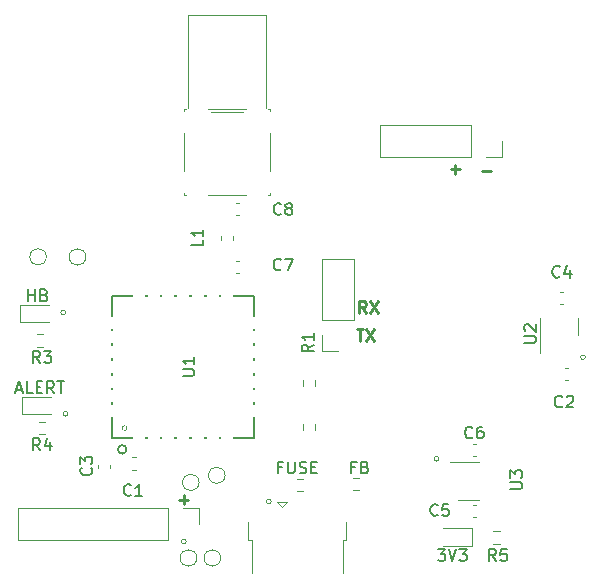
<source format=gbr>
%TF.GenerationSoftware,KiCad,Pcbnew,(5.1.10)-1*%
%TF.CreationDate,2022-03-06T21:17:49+00:00*%
%TF.ProjectId,main,6d61696e-2e6b-4696-9361-645f70636258,rev?*%
%TF.SameCoordinates,Original*%
%TF.FileFunction,Legend,Top*%
%TF.FilePolarity,Positive*%
%FSLAX46Y46*%
G04 Gerber Fmt 4.6, Leading zero omitted, Abs format (unit mm)*
G04 Created by KiCad (PCBNEW (5.1.10)-1) date 2022-03-06 21:17:49*
%MOMM*%
%LPD*%
G01*
G04 APERTURE LIST*
%ADD10C,0.120000*%
%ADD11C,0.250000*%
%ADD12C,0.150000*%
%ADD13R,1.430000X2.500000*%
%ADD14O,1.350000X1.700000*%
%ADD15O,1.100000X1.500000*%
%ADD16R,0.400000X1.650000*%
%ADD17R,2.000000X1.500000*%
%ADD18R,1.825000X0.700000*%
%ADD19R,1.350000X2.000000*%
%ADD20C,1.000000*%
%ADD21C,2.209800*%
%ADD22C,2.006600*%
%ADD23R,1.560000X0.650000*%
%ADD24R,1.000000X2.300000*%
%ADD25R,2.300000X1.000000*%
%ADD26O,1.700000X1.700000*%
%ADD27R,1.700000X1.700000*%
G04 APERTURE END LIST*
D10*
X149600000Y-131400000D02*
G75*
G03*
X149600000Y-131400000I-200000J0D01*
G01*
X149400000Y-122800000D02*
G75*
G03*
X149400000Y-122800000I-200000J0D01*
G01*
X154600000Y-132600000D02*
G75*
G03*
X154600000Y-132600000I-200000J0D01*
G01*
X159600000Y-142200000D02*
G75*
G03*
X159600000Y-142200000I-200000J0D01*
G01*
X166800000Y-138800000D02*
G75*
G03*
X166800000Y-138800000I-200000J0D01*
G01*
X181000000Y-135200000D02*
G75*
G03*
X181000000Y-135200000I-200000J0D01*
G01*
X193400000Y-126600000D02*
G75*
G03*
X193400000Y-126600000I-200000J0D01*
G01*
D11*
X182019047Y-110671428D02*
X182780952Y-110671428D01*
X182400000Y-111052380D02*
X182400000Y-110290476D01*
X184619047Y-110871428D02*
X185380952Y-110871428D01*
X174833333Y-122852380D02*
X174500000Y-122376190D01*
X174261904Y-122852380D02*
X174261904Y-121852380D01*
X174642857Y-121852380D01*
X174738095Y-121900000D01*
X174785714Y-121947619D01*
X174833333Y-122042857D01*
X174833333Y-122185714D01*
X174785714Y-122280952D01*
X174738095Y-122328571D01*
X174642857Y-122376190D01*
X174261904Y-122376190D01*
X175166666Y-121852380D02*
X175833333Y-122852380D01*
X175833333Y-121852380D02*
X175166666Y-122852380D01*
X174038095Y-124252380D02*
X174609523Y-124252380D01*
X174323809Y-125252380D02*
X174323809Y-124252380D01*
X174847619Y-124252380D02*
X175514285Y-125252380D01*
X175514285Y-124252380D02*
X174847619Y-125252380D01*
X159019047Y-138671428D02*
X159780952Y-138671428D01*
X159400000Y-139052380D02*
X159400000Y-138290476D01*
D12*
X167690476Y-135908571D02*
X167357142Y-135908571D01*
X167357142Y-136432380D02*
X167357142Y-135432380D01*
X167833333Y-135432380D01*
X168214285Y-135432380D02*
X168214285Y-136241904D01*
X168261904Y-136337142D01*
X168309523Y-136384761D01*
X168404761Y-136432380D01*
X168595238Y-136432380D01*
X168690476Y-136384761D01*
X168738095Y-136337142D01*
X168785714Y-136241904D01*
X168785714Y-135432380D01*
X169214285Y-136384761D02*
X169357142Y-136432380D01*
X169595238Y-136432380D01*
X169690476Y-136384761D01*
X169738095Y-136337142D01*
X169785714Y-136241904D01*
X169785714Y-136146666D01*
X169738095Y-136051428D01*
X169690476Y-136003809D01*
X169595238Y-135956190D01*
X169404761Y-135908571D01*
X169309523Y-135860952D01*
X169261904Y-135813333D01*
X169214285Y-135718095D01*
X169214285Y-135622857D01*
X169261904Y-135527619D01*
X169309523Y-135480000D01*
X169404761Y-135432380D01*
X169642857Y-135432380D01*
X169785714Y-135480000D01*
X170214285Y-135908571D02*
X170547619Y-135908571D01*
X170690476Y-136432380D02*
X170214285Y-136432380D01*
X170214285Y-135432380D01*
X170690476Y-135432380D01*
X146214285Y-121852380D02*
X146214285Y-120852380D01*
X146214285Y-121328571D02*
X146785714Y-121328571D01*
X146785714Y-121852380D02*
X146785714Y-120852380D01*
X147595238Y-121328571D02*
X147738095Y-121376190D01*
X147785714Y-121423809D01*
X147833333Y-121519047D01*
X147833333Y-121661904D01*
X147785714Y-121757142D01*
X147738095Y-121804761D01*
X147642857Y-121852380D01*
X147261904Y-121852380D01*
X147261904Y-120852380D01*
X147595238Y-120852380D01*
X147690476Y-120900000D01*
X147738095Y-120947619D01*
X147785714Y-121042857D01*
X147785714Y-121138095D01*
X147738095Y-121233333D01*
X147690476Y-121280952D01*
X147595238Y-121328571D01*
X147261904Y-121328571D01*
X145223809Y-129366666D02*
X145700000Y-129366666D01*
X145128571Y-129652380D02*
X145461904Y-128652380D01*
X145795238Y-129652380D01*
X146604761Y-129652380D02*
X146128571Y-129652380D01*
X146128571Y-128652380D01*
X146938095Y-129128571D02*
X147271428Y-129128571D01*
X147414285Y-129652380D02*
X146938095Y-129652380D01*
X146938095Y-128652380D01*
X147414285Y-128652380D01*
X148414285Y-129652380D02*
X148080952Y-129176190D01*
X147842857Y-129652380D02*
X147842857Y-128652380D01*
X148223809Y-128652380D01*
X148319047Y-128700000D01*
X148366666Y-128747619D01*
X148414285Y-128842857D01*
X148414285Y-128985714D01*
X148366666Y-129080952D01*
X148319047Y-129128571D01*
X148223809Y-129176190D01*
X147842857Y-129176190D01*
X148700000Y-128652380D02*
X149271428Y-128652380D01*
X148985714Y-129652380D02*
X148985714Y-128652380D01*
X180911904Y-142852380D02*
X181530952Y-142852380D01*
X181197619Y-143233333D01*
X181340476Y-143233333D01*
X181435714Y-143280952D01*
X181483333Y-143328571D01*
X181530952Y-143423809D01*
X181530952Y-143661904D01*
X181483333Y-143757142D01*
X181435714Y-143804761D01*
X181340476Y-143852380D01*
X181054761Y-143852380D01*
X180959523Y-143804761D01*
X180911904Y-143757142D01*
X181816666Y-142852380D02*
X182150000Y-143852380D01*
X182483333Y-142852380D01*
X182721428Y-142852380D02*
X183340476Y-142852380D01*
X183007142Y-143233333D01*
X183150000Y-143233333D01*
X183245238Y-143280952D01*
X183292857Y-143328571D01*
X183340476Y-143423809D01*
X183340476Y-143661904D01*
X183292857Y-143757142D01*
X183245238Y-143804761D01*
X183150000Y-143852380D01*
X182864285Y-143852380D01*
X182769047Y-143804761D01*
X182721428Y-143757142D01*
X173886857Y-135908571D02*
X173553523Y-135908571D01*
X173553523Y-136432380D02*
X173553523Y-135432380D01*
X174029714Y-135432380D01*
X174744000Y-135908571D02*
X174886857Y-135956190D01*
X174934476Y-136003809D01*
X174982095Y-136099047D01*
X174982095Y-136241904D01*
X174934476Y-136337142D01*
X174886857Y-136384761D01*
X174791619Y-136432380D01*
X174410666Y-136432380D01*
X174410666Y-135432380D01*
X174744000Y-135432380D01*
X174839238Y-135480000D01*
X174886857Y-135527619D01*
X174934476Y-135622857D01*
X174934476Y-135718095D01*
X174886857Y-135813333D01*
X174839238Y-135860952D01*
X174744000Y-135908571D01*
X174410666Y-135908571D01*
D10*
%TO.C,R2*%
X169477500Y-132767224D02*
X169477500Y-132257776D01*
X170522500Y-132767224D02*
X170522500Y-132257776D01*
%TO.C,USB_PWR1*%
X164855000Y-142095000D02*
X164855000Y-140545000D01*
X164855000Y-142095000D02*
X165155000Y-142095000D01*
X165155000Y-144895000D02*
X165155000Y-142095000D01*
X173155000Y-142095000D02*
X173155000Y-140545000D01*
X172855000Y-142095000D02*
X173155000Y-142095000D01*
X172855000Y-144895000D02*
X172855000Y-142095000D01*
X168105000Y-138845000D02*
X167705000Y-139295000D01*
X167305000Y-138845000D02*
X168105000Y-138845000D01*
X167705000Y-139295000D02*
X167305000Y-138845000D01*
%TO.C,U2*%
X192760000Y-124760000D02*
X192760000Y-123260000D01*
X189540000Y-126260000D02*
X189540000Y-123260000D01*
%TO.C,GND2*%
X162525000Y-143600000D02*
G75*
G03*
X162525000Y-143600000I-700000J0D01*
G01*
%TO.C,L1*%
X163610000Y-116643767D02*
X163610000Y-116351233D01*
X162590000Y-116643767D02*
X162590000Y-116351233D01*
%TO.C,C8*%
X163816233Y-114585000D02*
X164108767Y-114585000D01*
X163816233Y-113565000D02*
X164108767Y-113565000D01*
%TO.C,C7*%
X163816233Y-119460000D02*
X164108767Y-119460000D01*
X163816233Y-118440000D02*
X164108767Y-118440000D01*
%TO.C,J2*%
X166702200Y-105755170D02*
X166702200Y-105597800D01*
X164675170Y-105597800D02*
X161464830Y-105597800D01*
X166544830Y-112862200D02*
X166702200Y-112862200D01*
X166702200Y-110835170D02*
X166702200Y-107624830D01*
X159437800Y-112704830D02*
X159437800Y-112862200D01*
X161464830Y-112862200D02*
X164675170Y-112862200D01*
X159437800Y-107624830D02*
X159437800Y-110835170D01*
X159595170Y-105597800D02*
X159437800Y-105597800D01*
X159437800Y-105597800D02*
X159437800Y-105755170D01*
X166702200Y-105597800D02*
X166544830Y-105597800D01*
X166702200Y-112862200D02*
X166702200Y-112704830D01*
X159437800Y-112862200D02*
X159595170Y-112862200D01*
X159768000Y-97596800D02*
X159768000Y-105470916D01*
X166372000Y-97596800D02*
X159768000Y-97596800D01*
X166372000Y-105470916D02*
X166372000Y-97596800D01*
X161698002Y-105851800D02*
X164441998Y-105851800D01*
%TO.C,U3*%
X182580000Y-138670000D02*
X184380000Y-138670000D01*
X184380000Y-135450000D02*
X181930000Y-135450000D01*
D12*
%TO.C,U1*%
X153350000Y-133425000D02*
X153350000Y-121425000D01*
X153350000Y-121425000D02*
X165350000Y-121425000D01*
X165350000Y-121425000D02*
X165350000Y-133425000D01*
X165350000Y-133425000D02*
X153350000Y-133425000D01*
X154552353Y-134405000D02*
G75*
G03*
X154552353Y-134405000I-362353J0D01*
G01*
D10*
%TO.C,SDA1*%
X162900000Y-136600000D02*
G75*
G03*
X162900000Y-136600000I-700000J0D01*
G01*
%TO.C,SCL1*%
X160700000Y-137200000D02*
G75*
G03*
X160700000Y-137200000I-700000J0D01*
G01*
%TO.C,R5*%
X186134724Y-142382500D02*
X185625276Y-142382500D01*
X186134724Y-141337500D02*
X185625276Y-141337500D01*
%TO.C,R4*%
X147654724Y-133122500D02*
X147145276Y-133122500D01*
X147654724Y-132077500D02*
X147145276Y-132077500D01*
%TO.C,R3*%
X147454724Y-125722500D02*
X146945276Y-125722500D01*
X147454724Y-124677500D02*
X146945276Y-124677500D01*
%TO.C,R1*%
X170522500Y-128545276D02*
X170522500Y-129054724D01*
X169477500Y-128545276D02*
X169477500Y-129054724D01*
%TO.C,J6*%
X183730000Y-106970000D02*
X183730000Y-109630000D01*
X183730000Y-106970000D02*
X176050000Y-106970000D01*
X176050000Y-106970000D02*
X176050000Y-109630000D01*
X183730000Y-109630000D02*
X176050000Y-109630000D01*
X186330000Y-109630000D02*
X185000000Y-109630000D01*
X186330000Y-108300000D02*
X186330000Y-109630000D01*
%TO.C,J4*%
X173796000Y-123444000D02*
X171136000Y-123444000D01*
X173796000Y-123444000D02*
X173796000Y-118304000D01*
X173796000Y-118304000D02*
X171136000Y-118304000D01*
X171136000Y-123444000D02*
X171136000Y-118304000D01*
X171136000Y-126044000D02*
X171136000Y-124714000D01*
X172466000Y-126044000D02*
X171136000Y-126044000D01*
%TO.C,J1*%
X145325000Y-139395000D02*
X145325000Y-142055000D01*
X158085000Y-139395000D02*
X145325000Y-139395000D01*
X158085000Y-142055000D02*
X145325000Y-142055000D01*
X158085000Y-139395000D02*
X158085000Y-142055000D01*
X159355000Y-139395000D02*
X160685000Y-139395000D01*
X160685000Y-139395000D02*
X160685000Y-140725000D01*
%TO.C,HB1*%
X148000000Y-122165000D02*
X145540000Y-122165000D01*
X145540000Y-122165000D02*
X145540000Y-123635000D01*
X145540000Y-123635000D02*
X148000000Y-123635000D01*
%TO.C,GND1*%
X151106000Y-118110000D02*
G75*
G03*
X151106000Y-118110000I-700000J0D01*
G01*
%TO.C,FT1*%
X147766000Y-118100000D02*
G75*
G03*
X147766000Y-118100000I-700000J0D01*
G01*
%TO.C,FB1*%
X174244724Y-137882500D02*
X173735276Y-137882500D01*
X174244724Y-136837500D02*
X173735276Y-136837500D01*
%TO.C,F1*%
X169534724Y-137922500D02*
X169025276Y-137922500D01*
X169534724Y-136877500D02*
X169025276Y-136877500D01*
%TO.C,C6*%
X183851233Y-133950000D02*
X184143767Y-133950000D01*
X183851233Y-134970000D02*
X184143767Y-134970000D01*
%TO.C,C5*%
X184146267Y-140140000D02*
X183853733Y-140140000D01*
X184146267Y-139120000D02*
X183853733Y-139120000D01*
%TO.C,C4*%
X191546267Y-122110000D02*
X191253733Y-122110000D01*
X191546267Y-121090000D02*
X191253733Y-121090000D01*
%TO.C,C3*%
X152152500Y-136008767D02*
X152152500Y-135716233D01*
X153172500Y-136008767D02*
X153172500Y-135716233D01*
%TO.C,C2*%
X191653733Y-127490000D02*
X191946267Y-127490000D01*
X191653733Y-128510000D02*
X191946267Y-128510000D01*
%TO.C,C1*%
X155053733Y-135090000D02*
X155346267Y-135090000D01*
X155053733Y-136110000D02*
X155346267Y-136110000D01*
%TO.C,ALERT1*%
X148190000Y-129965000D02*
X145730000Y-129965000D01*
X145730000Y-129965000D02*
X145730000Y-131435000D01*
X145730000Y-131435000D02*
X148190000Y-131435000D01*
%TO.C,3V3_OUT1*%
X160500000Y-143600000D02*
G75*
G03*
X160500000Y-143600000I-700000J0D01*
G01*
%TO.C,3V1*%
X181380000Y-142560000D02*
X183840000Y-142560000D01*
X183840000Y-142560000D02*
X183840000Y-141090000D01*
X183840000Y-141090000D02*
X181380000Y-141090000D01*
%TO.C,U2*%
D12*
X188222380Y-125381904D02*
X189031904Y-125381904D01*
X189127142Y-125334285D01*
X189174761Y-125286666D01*
X189222380Y-125191428D01*
X189222380Y-125000952D01*
X189174761Y-124905714D01*
X189127142Y-124858095D01*
X189031904Y-124810476D01*
X188222380Y-124810476D01*
X188317619Y-124381904D02*
X188270000Y-124334285D01*
X188222380Y-124239047D01*
X188222380Y-124000952D01*
X188270000Y-123905714D01*
X188317619Y-123858095D01*
X188412857Y-123810476D01*
X188508095Y-123810476D01*
X188650952Y-123858095D01*
X189222380Y-124429523D01*
X189222380Y-123810476D01*
%TO.C,L1*%
X161052380Y-116664166D02*
X161052380Y-117140357D01*
X160052380Y-117140357D01*
X161052380Y-115807023D02*
X161052380Y-116378452D01*
X161052380Y-116092738D02*
X160052380Y-116092738D01*
X160195238Y-116187976D01*
X160290476Y-116283214D01*
X160338095Y-116378452D01*
%TO.C,C8*%
X167633333Y-114457142D02*
X167585714Y-114504761D01*
X167442857Y-114552380D01*
X167347619Y-114552380D01*
X167204761Y-114504761D01*
X167109523Y-114409523D01*
X167061904Y-114314285D01*
X167014285Y-114123809D01*
X167014285Y-113980952D01*
X167061904Y-113790476D01*
X167109523Y-113695238D01*
X167204761Y-113600000D01*
X167347619Y-113552380D01*
X167442857Y-113552380D01*
X167585714Y-113600000D01*
X167633333Y-113647619D01*
X168204761Y-113980952D02*
X168109523Y-113933333D01*
X168061904Y-113885714D01*
X168014285Y-113790476D01*
X168014285Y-113742857D01*
X168061904Y-113647619D01*
X168109523Y-113600000D01*
X168204761Y-113552380D01*
X168395238Y-113552380D01*
X168490476Y-113600000D01*
X168538095Y-113647619D01*
X168585714Y-113742857D01*
X168585714Y-113790476D01*
X168538095Y-113885714D01*
X168490476Y-113933333D01*
X168395238Y-113980952D01*
X168204761Y-113980952D01*
X168109523Y-114028571D01*
X168061904Y-114076190D01*
X168014285Y-114171428D01*
X168014285Y-114361904D01*
X168061904Y-114457142D01*
X168109523Y-114504761D01*
X168204761Y-114552380D01*
X168395238Y-114552380D01*
X168490476Y-114504761D01*
X168538095Y-114457142D01*
X168585714Y-114361904D01*
X168585714Y-114171428D01*
X168538095Y-114076190D01*
X168490476Y-114028571D01*
X168395238Y-113980952D01*
%TO.C,C7*%
X167633333Y-119157142D02*
X167585714Y-119204761D01*
X167442857Y-119252380D01*
X167347619Y-119252380D01*
X167204761Y-119204761D01*
X167109523Y-119109523D01*
X167061904Y-119014285D01*
X167014285Y-118823809D01*
X167014285Y-118680952D01*
X167061904Y-118490476D01*
X167109523Y-118395238D01*
X167204761Y-118300000D01*
X167347619Y-118252380D01*
X167442857Y-118252380D01*
X167585714Y-118300000D01*
X167633333Y-118347619D01*
X167966666Y-118252380D02*
X168633333Y-118252380D01*
X168204761Y-119252380D01*
%TO.C,J2*%
X162736666Y-108682380D02*
X162736666Y-109396666D01*
X162689047Y-109539523D01*
X162593809Y-109634761D01*
X162450952Y-109682380D01*
X162355714Y-109682380D01*
X163165238Y-108777619D02*
X163212857Y-108730000D01*
X163308095Y-108682380D01*
X163546190Y-108682380D01*
X163641428Y-108730000D01*
X163689047Y-108777619D01*
X163736666Y-108872857D01*
X163736666Y-108968095D01*
X163689047Y-109110952D01*
X163117619Y-109682380D01*
X163736666Y-109682380D01*
X163070000Y-108682380D02*
X163070000Y-108920476D01*
X162831904Y-108825238D02*
X163070000Y-108920476D01*
X163308095Y-108825238D01*
X162927142Y-109110952D02*
X163070000Y-108920476D01*
X163212857Y-109110952D01*
%TO.C,U3*%
X187052380Y-137761904D02*
X187861904Y-137761904D01*
X187957142Y-137714285D01*
X188004761Y-137666666D01*
X188052380Y-137571428D01*
X188052380Y-137380952D01*
X188004761Y-137285714D01*
X187957142Y-137238095D01*
X187861904Y-137190476D01*
X187052380Y-137190476D01*
X187052380Y-136809523D02*
X187052380Y-136190476D01*
X187433333Y-136523809D01*
X187433333Y-136380952D01*
X187480952Y-136285714D01*
X187528571Y-136238095D01*
X187623809Y-136190476D01*
X187861904Y-136190476D01*
X187957142Y-136238095D01*
X188004761Y-136285714D01*
X188052380Y-136380952D01*
X188052380Y-136666666D01*
X188004761Y-136761904D01*
X187957142Y-136809523D01*
%TO.C,U1*%
X159302380Y-128186904D02*
X160111904Y-128186904D01*
X160207142Y-128139285D01*
X160254761Y-128091666D01*
X160302380Y-127996428D01*
X160302380Y-127805952D01*
X160254761Y-127710714D01*
X160207142Y-127663095D01*
X160111904Y-127615476D01*
X159302380Y-127615476D01*
X160302380Y-126615476D02*
X160302380Y-127186904D01*
X160302380Y-126901190D02*
X159302380Y-126901190D01*
X159445238Y-126996428D01*
X159540476Y-127091666D01*
X159588095Y-127186904D01*
%TO.C,R5*%
X185833333Y-143852380D02*
X185500000Y-143376190D01*
X185261904Y-143852380D02*
X185261904Y-142852380D01*
X185642857Y-142852380D01*
X185738095Y-142900000D01*
X185785714Y-142947619D01*
X185833333Y-143042857D01*
X185833333Y-143185714D01*
X185785714Y-143280952D01*
X185738095Y-143328571D01*
X185642857Y-143376190D01*
X185261904Y-143376190D01*
X186738095Y-142852380D02*
X186261904Y-142852380D01*
X186214285Y-143328571D01*
X186261904Y-143280952D01*
X186357142Y-143233333D01*
X186595238Y-143233333D01*
X186690476Y-143280952D01*
X186738095Y-143328571D01*
X186785714Y-143423809D01*
X186785714Y-143661904D01*
X186738095Y-143757142D01*
X186690476Y-143804761D01*
X186595238Y-143852380D01*
X186357142Y-143852380D01*
X186261904Y-143804761D01*
X186214285Y-143757142D01*
%TO.C,R4*%
X147233333Y-134482380D02*
X146900000Y-134006190D01*
X146661904Y-134482380D02*
X146661904Y-133482380D01*
X147042857Y-133482380D01*
X147138095Y-133530000D01*
X147185714Y-133577619D01*
X147233333Y-133672857D01*
X147233333Y-133815714D01*
X147185714Y-133910952D01*
X147138095Y-133958571D01*
X147042857Y-134006190D01*
X146661904Y-134006190D01*
X148090476Y-133815714D02*
X148090476Y-134482380D01*
X147852380Y-133434761D02*
X147614285Y-134149047D01*
X148233333Y-134149047D01*
%TO.C,R3*%
X147233333Y-127082380D02*
X146900000Y-126606190D01*
X146661904Y-127082380D02*
X146661904Y-126082380D01*
X147042857Y-126082380D01*
X147138095Y-126130000D01*
X147185714Y-126177619D01*
X147233333Y-126272857D01*
X147233333Y-126415714D01*
X147185714Y-126510952D01*
X147138095Y-126558571D01*
X147042857Y-126606190D01*
X146661904Y-126606190D01*
X147566666Y-126082380D02*
X148185714Y-126082380D01*
X147852380Y-126463333D01*
X147995238Y-126463333D01*
X148090476Y-126510952D01*
X148138095Y-126558571D01*
X148185714Y-126653809D01*
X148185714Y-126891904D01*
X148138095Y-126987142D01*
X148090476Y-127034761D01*
X147995238Y-127082380D01*
X147709523Y-127082380D01*
X147614285Y-127034761D01*
X147566666Y-126987142D01*
%TO.C,R1*%
X170389880Y-125529166D02*
X169913690Y-125862500D01*
X170389880Y-126100595D02*
X169389880Y-126100595D01*
X169389880Y-125719642D01*
X169437500Y-125624404D01*
X169485119Y-125576785D01*
X169580357Y-125529166D01*
X169723214Y-125529166D01*
X169818452Y-125576785D01*
X169866071Y-125624404D01*
X169913690Y-125719642D01*
X169913690Y-126100595D01*
X170389880Y-124576785D02*
X170389880Y-125148214D01*
X170389880Y-124862500D02*
X169389880Y-124862500D01*
X169532738Y-124957738D01*
X169627976Y-125052976D01*
X169675595Y-125148214D01*
%TO.C,C6*%
X183830833Y-133387142D02*
X183783214Y-133434761D01*
X183640357Y-133482380D01*
X183545119Y-133482380D01*
X183402261Y-133434761D01*
X183307023Y-133339523D01*
X183259404Y-133244285D01*
X183211785Y-133053809D01*
X183211785Y-132910952D01*
X183259404Y-132720476D01*
X183307023Y-132625238D01*
X183402261Y-132530000D01*
X183545119Y-132482380D01*
X183640357Y-132482380D01*
X183783214Y-132530000D01*
X183830833Y-132577619D01*
X184687976Y-132482380D02*
X184497500Y-132482380D01*
X184402261Y-132530000D01*
X184354642Y-132577619D01*
X184259404Y-132720476D01*
X184211785Y-132910952D01*
X184211785Y-133291904D01*
X184259404Y-133387142D01*
X184307023Y-133434761D01*
X184402261Y-133482380D01*
X184592738Y-133482380D01*
X184687976Y-133434761D01*
X184735595Y-133387142D01*
X184783214Y-133291904D01*
X184783214Y-133053809D01*
X184735595Y-132958571D01*
X184687976Y-132910952D01*
X184592738Y-132863333D01*
X184402261Y-132863333D01*
X184307023Y-132910952D01*
X184259404Y-132958571D01*
X184211785Y-133053809D01*
%TO.C,C5*%
X180903333Y-139952142D02*
X180855714Y-139999761D01*
X180712857Y-140047380D01*
X180617619Y-140047380D01*
X180474761Y-139999761D01*
X180379523Y-139904523D01*
X180331904Y-139809285D01*
X180284285Y-139618809D01*
X180284285Y-139475952D01*
X180331904Y-139285476D01*
X180379523Y-139190238D01*
X180474761Y-139095000D01*
X180617619Y-139047380D01*
X180712857Y-139047380D01*
X180855714Y-139095000D01*
X180903333Y-139142619D01*
X181808095Y-139047380D02*
X181331904Y-139047380D01*
X181284285Y-139523571D01*
X181331904Y-139475952D01*
X181427142Y-139428333D01*
X181665238Y-139428333D01*
X181760476Y-139475952D01*
X181808095Y-139523571D01*
X181855714Y-139618809D01*
X181855714Y-139856904D01*
X181808095Y-139952142D01*
X181760476Y-139999761D01*
X181665238Y-140047380D01*
X181427142Y-140047380D01*
X181331904Y-139999761D01*
X181284285Y-139952142D01*
%TO.C,C4*%
X191233333Y-119757142D02*
X191185714Y-119804761D01*
X191042857Y-119852380D01*
X190947619Y-119852380D01*
X190804761Y-119804761D01*
X190709523Y-119709523D01*
X190661904Y-119614285D01*
X190614285Y-119423809D01*
X190614285Y-119280952D01*
X190661904Y-119090476D01*
X190709523Y-118995238D01*
X190804761Y-118900000D01*
X190947619Y-118852380D01*
X191042857Y-118852380D01*
X191185714Y-118900000D01*
X191233333Y-118947619D01*
X192090476Y-119185714D02*
X192090476Y-119852380D01*
X191852380Y-118804761D02*
X191614285Y-119519047D01*
X192233333Y-119519047D01*
%TO.C,C3*%
X151557142Y-135966666D02*
X151604761Y-136014285D01*
X151652380Y-136157142D01*
X151652380Y-136252380D01*
X151604761Y-136395238D01*
X151509523Y-136490476D01*
X151414285Y-136538095D01*
X151223809Y-136585714D01*
X151080952Y-136585714D01*
X150890476Y-136538095D01*
X150795238Y-136490476D01*
X150700000Y-136395238D01*
X150652380Y-136252380D01*
X150652380Y-136157142D01*
X150700000Y-136014285D01*
X150747619Y-135966666D01*
X150652380Y-135633333D02*
X150652380Y-135014285D01*
X151033333Y-135347619D01*
X151033333Y-135204761D01*
X151080952Y-135109523D01*
X151128571Y-135061904D01*
X151223809Y-135014285D01*
X151461904Y-135014285D01*
X151557142Y-135061904D01*
X151604761Y-135109523D01*
X151652380Y-135204761D01*
X151652380Y-135490476D01*
X151604761Y-135585714D01*
X151557142Y-135633333D01*
%TO.C,C2*%
X191433333Y-130757142D02*
X191385714Y-130804761D01*
X191242857Y-130852380D01*
X191147619Y-130852380D01*
X191004761Y-130804761D01*
X190909523Y-130709523D01*
X190861904Y-130614285D01*
X190814285Y-130423809D01*
X190814285Y-130280952D01*
X190861904Y-130090476D01*
X190909523Y-129995238D01*
X191004761Y-129900000D01*
X191147619Y-129852380D01*
X191242857Y-129852380D01*
X191385714Y-129900000D01*
X191433333Y-129947619D01*
X191814285Y-129947619D02*
X191861904Y-129900000D01*
X191957142Y-129852380D01*
X192195238Y-129852380D01*
X192290476Y-129900000D01*
X192338095Y-129947619D01*
X192385714Y-130042857D01*
X192385714Y-130138095D01*
X192338095Y-130280952D01*
X191766666Y-130852380D01*
X192385714Y-130852380D01*
%TO.C,C1*%
X154933333Y-138257142D02*
X154885714Y-138304761D01*
X154742857Y-138352380D01*
X154647619Y-138352380D01*
X154504761Y-138304761D01*
X154409523Y-138209523D01*
X154361904Y-138114285D01*
X154314285Y-137923809D01*
X154314285Y-137780952D01*
X154361904Y-137590476D01*
X154409523Y-137495238D01*
X154504761Y-137400000D01*
X154647619Y-137352380D01*
X154742857Y-137352380D01*
X154885714Y-137400000D01*
X154933333Y-137447619D01*
X155885714Y-138352380D02*
X155314285Y-138352380D01*
X155600000Y-138352380D02*
X155600000Y-137352380D01*
X155504761Y-137495238D01*
X155409523Y-137590476D01*
X155314285Y-137638095D01*
%TD*%
%LPC*%
%TO.C,R2*%
G36*
G01*
X170237500Y-132087500D02*
X169762500Y-132087500D01*
G75*
G02*
X169525000Y-131850000I0J237500D01*
G01*
X169525000Y-131350000D01*
G75*
G02*
X169762500Y-131112500I237500J0D01*
G01*
X170237500Y-131112500D01*
G75*
G02*
X170475000Y-131350000I0J-237500D01*
G01*
X170475000Y-131850000D01*
G75*
G02*
X170237500Y-132087500I-237500J0D01*
G01*
G37*
G36*
G01*
X170237500Y-133912500D02*
X169762500Y-133912500D01*
G75*
G02*
X169525000Y-133675000I0J237500D01*
G01*
X169525000Y-133175000D01*
G75*
G02*
X169762500Y-132937500I237500J0D01*
G01*
X170237500Y-132937500D01*
G75*
G02*
X170475000Y-133175000I0J-237500D01*
G01*
X170475000Y-133675000D01*
G75*
G02*
X170237500Y-133912500I-237500J0D01*
G01*
G37*
%TD*%
D13*
%TO.C,USB_PWR1*%
X169965000Y-143545000D03*
X168045000Y-143545000D03*
D14*
X171735000Y-143275000D03*
X166275000Y-143275000D03*
D15*
X171425000Y-140275000D03*
X166585000Y-140275000D03*
D16*
X170305000Y-140395000D03*
X169655000Y-140395000D03*
X169005000Y-140395000D03*
X168355000Y-140395000D03*
X167705000Y-140395000D03*
D17*
X171905000Y-140275000D03*
X166155000Y-140295000D03*
D18*
X172005000Y-141595000D03*
X166055000Y-141595000D03*
D19*
X166275000Y-142345000D03*
X171755000Y-142345000D03*
%TD*%
%TO.C,U2*%
G36*
G01*
X192600000Y-122947500D02*
X192600000Y-124197500D01*
G75*
G02*
X192475000Y-124322500I-125000J0D01*
G01*
X192225000Y-124322500D01*
G75*
G02*
X192100000Y-124197500I0J125000D01*
G01*
X192100000Y-122947500D01*
G75*
G02*
X192225000Y-122822500I125000J0D01*
G01*
X192475000Y-122822500D01*
G75*
G02*
X192600000Y-122947500I0J-125000D01*
G01*
G37*
G36*
G01*
X191800000Y-122947500D02*
X191800000Y-124197500D01*
G75*
G02*
X191675000Y-124322500I-125000J0D01*
G01*
X191425000Y-124322500D01*
G75*
G02*
X191300000Y-124197500I0J125000D01*
G01*
X191300000Y-122947500D01*
G75*
G02*
X191425000Y-122822500I125000J0D01*
G01*
X191675000Y-122822500D01*
G75*
G02*
X191800000Y-122947500I0J-125000D01*
G01*
G37*
G36*
G01*
X191000000Y-122947500D02*
X191000000Y-124197500D01*
G75*
G02*
X190875000Y-124322500I-125000J0D01*
G01*
X190625000Y-124322500D01*
G75*
G02*
X190500000Y-124197500I0J125000D01*
G01*
X190500000Y-122947500D01*
G75*
G02*
X190625000Y-122822500I125000J0D01*
G01*
X190875000Y-122822500D01*
G75*
G02*
X191000000Y-122947500I0J-125000D01*
G01*
G37*
G36*
G01*
X190200000Y-122947500D02*
X190200000Y-124197500D01*
G75*
G02*
X190075000Y-124322500I-125000J0D01*
G01*
X189825000Y-124322500D01*
G75*
G02*
X189700000Y-124197500I0J125000D01*
G01*
X189700000Y-122947500D01*
G75*
G02*
X189825000Y-122822500I125000J0D01*
G01*
X190075000Y-122822500D01*
G75*
G02*
X190200000Y-122947500I0J-125000D01*
G01*
G37*
G36*
G01*
X190200000Y-125322500D02*
X190200000Y-126572500D01*
G75*
G02*
X190075000Y-126697500I-125000J0D01*
G01*
X189825000Y-126697500D01*
G75*
G02*
X189700000Y-126572500I0J125000D01*
G01*
X189700000Y-125322500D01*
G75*
G02*
X189825000Y-125197500I125000J0D01*
G01*
X190075000Y-125197500D01*
G75*
G02*
X190200000Y-125322500I0J-125000D01*
G01*
G37*
G36*
G01*
X191000000Y-125322500D02*
X191000000Y-126572500D01*
G75*
G02*
X190875000Y-126697500I-125000J0D01*
G01*
X190625000Y-126697500D01*
G75*
G02*
X190500000Y-126572500I0J125000D01*
G01*
X190500000Y-125322500D01*
G75*
G02*
X190625000Y-125197500I125000J0D01*
G01*
X190875000Y-125197500D01*
G75*
G02*
X191000000Y-125322500I0J-125000D01*
G01*
G37*
G36*
G01*
X191800000Y-125322500D02*
X191800000Y-126572500D01*
G75*
G02*
X191675000Y-126697500I-125000J0D01*
G01*
X191425000Y-126697500D01*
G75*
G02*
X191300000Y-126572500I0J125000D01*
G01*
X191300000Y-125322500D01*
G75*
G02*
X191425000Y-125197500I125000J0D01*
G01*
X191675000Y-125197500D01*
G75*
G02*
X191800000Y-125322500I0J-125000D01*
G01*
G37*
G36*
G01*
X192600000Y-125322500D02*
X192600000Y-126572500D01*
G75*
G02*
X192475000Y-126697500I-125000J0D01*
G01*
X192225000Y-126697500D01*
G75*
G02*
X192100000Y-126572500I0J125000D01*
G01*
X192100000Y-125322500D01*
G75*
G02*
X192225000Y-125197500I125000J0D01*
G01*
X192475000Y-125197500D01*
G75*
G02*
X192600000Y-125322500I0J-125000D01*
G01*
G37*
%TD*%
D20*
%TO.C,GND2*%
X161825000Y-143600000D03*
%TD*%
%TO.C,L1*%
G36*
G01*
X163337500Y-116172500D02*
X162862500Y-116172500D01*
G75*
G02*
X162625000Y-115935000I0J237500D01*
G01*
X162625000Y-115335000D01*
G75*
G02*
X162862500Y-115097500I237500J0D01*
G01*
X163337500Y-115097500D01*
G75*
G02*
X163575000Y-115335000I0J-237500D01*
G01*
X163575000Y-115935000D01*
G75*
G02*
X163337500Y-116172500I-237500J0D01*
G01*
G37*
G36*
G01*
X163337500Y-117897500D02*
X162862500Y-117897500D01*
G75*
G02*
X162625000Y-117660000I0J237500D01*
G01*
X162625000Y-117060000D01*
G75*
G02*
X162862500Y-116822500I237500J0D01*
G01*
X163337500Y-116822500D01*
G75*
G02*
X163575000Y-117060000I0J-237500D01*
G01*
X163575000Y-117660000D01*
G75*
G02*
X163337500Y-117897500I-237500J0D01*
G01*
G37*
%TD*%
%TO.C,C8*%
G36*
G01*
X164287500Y-114312500D02*
X164287500Y-113837500D01*
G75*
G02*
X164525000Y-113600000I237500J0D01*
G01*
X165125000Y-113600000D01*
G75*
G02*
X165362500Y-113837500I0J-237500D01*
G01*
X165362500Y-114312500D01*
G75*
G02*
X165125000Y-114550000I-237500J0D01*
G01*
X164525000Y-114550000D01*
G75*
G02*
X164287500Y-114312500I0J237500D01*
G01*
G37*
G36*
G01*
X162562500Y-114312500D02*
X162562500Y-113837500D01*
G75*
G02*
X162800000Y-113600000I237500J0D01*
G01*
X163400000Y-113600000D01*
G75*
G02*
X163637500Y-113837500I0J-237500D01*
G01*
X163637500Y-114312500D01*
G75*
G02*
X163400000Y-114550000I-237500J0D01*
G01*
X162800000Y-114550000D01*
G75*
G02*
X162562500Y-114312500I0J237500D01*
G01*
G37*
%TD*%
%TO.C,C7*%
G36*
G01*
X164287500Y-119187500D02*
X164287500Y-118712500D01*
G75*
G02*
X164525000Y-118475000I237500J0D01*
G01*
X165125000Y-118475000D01*
G75*
G02*
X165362500Y-118712500I0J-237500D01*
G01*
X165362500Y-119187500D01*
G75*
G02*
X165125000Y-119425000I-237500J0D01*
G01*
X164525000Y-119425000D01*
G75*
G02*
X164287500Y-119187500I0J237500D01*
G01*
G37*
G36*
G01*
X162562500Y-119187500D02*
X162562500Y-118712500D01*
G75*
G02*
X162800000Y-118475000I237500J0D01*
G01*
X163400000Y-118475000D01*
G75*
G02*
X163637500Y-118712500I0J-237500D01*
G01*
X163637500Y-119187500D01*
G75*
G02*
X163400000Y-119425000I-237500J0D01*
G01*
X162800000Y-119425000D01*
G75*
G02*
X162562500Y-119187500I0J237500D01*
G01*
G37*
%TD*%
D21*
%TO.C,J2*%
X165610000Y-106690000D03*
X165610000Y-111770000D03*
X160530000Y-111770000D03*
X160530000Y-106690000D03*
D22*
X163070000Y-109230000D03*
%TD*%
D23*
%TO.C,U3*%
X184830000Y-136110000D03*
X184830000Y-138010000D03*
X182130000Y-138010000D03*
X182130000Y-137060000D03*
X182130000Y-136110000D03*
%TD*%
D24*
%TO.C,U1*%
X159350000Y-133425000D03*
X158100000Y-133425000D03*
X156850000Y-133425000D03*
X155600000Y-133425000D03*
X160600000Y-133425000D03*
X161850000Y-133425000D03*
X163100000Y-133425000D03*
D25*
X165350000Y-127425000D03*
X165350000Y-128675000D03*
X165350000Y-129925000D03*
X165350000Y-131175000D03*
X165350000Y-126175000D03*
X165350000Y-124925000D03*
X165350000Y-123675000D03*
D24*
X159350000Y-121425000D03*
X160600000Y-121425000D03*
X161850000Y-121425000D03*
X163100000Y-121425000D03*
X158100000Y-121425000D03*
X156850000Y-121425000D03*
X155600000Y-121425000D03*
D25*
X153350000Y-127425000D03*
X153350000Y-126175000D03*
X153350000Y-124925000D03*
X153350000Y-123675000D03*
X153350000Y-128675000D03*
X153350000Y-129925000D03*
X153350000Y-131175000D03*
%TD*%
D20*
%TO.C,SDA1*%
X162200000Y-136600000D03*
%TD*%
%TO.C,SCL1*%
X160000000Y-137200000D03*
%TD*%
%TO.C,R5*%
G36*
G01*
X185455000Y-141622500D02*
X185455000Y-142097500D01*
G75*
G02*
X185217500Y-142335000I-237500J0D01*
G01*
X184717500Y-142335000D01*
G75*
G02*
X184480000Y-142097500I0J237500D01*
G01*
X184480000Y-141622500D01*
G75*
G02*
X184717500Y-141385000I237500J0D01*
G01*
X185217500Y-141385000D01*
G75*
G02*
X185455000Y-141622500I0J-237500D01*
G01*
G37*
G36*
G01*
X187280000Y-141622500D02*
X187280000Y-142097500D01*
G75*
G02*
X187042500Y-142335000I-237500J0D01*
G01*
X186542500Y-142335000D01*
G75*
G02*
X186305000Y-142097500I0J237500D01*
G01*
X186305000Y-141622500D01*
G75*
G02*
X186542500Y-141385000I237500J0D01*
G01*
X187042500Y-141385000D01*
G75*
G02*
X187280000Y-141622500I0J-237500D01*
G01*
G37*
%TD*%
%TO.C,R4*%
G36*
G01*
X146975000Y-132362500D02*
X146975000Y-132837500D01*
G75*
G02*
X146737500Y-133075000I-237500J0D01*
G01*
X146237500Y-133075000D01*
G75*
G02*
X146000000Y-132837500I0J237500D01*
G01*
X146000000Y-132362500D01*
G75*
G02*
X146237500Y-132125000I237500J0D01*
G01*
X146737500Y-132125000D01*
G75*
G02*
X146975000Y-132362500I0J-237500D01*
G01*
G37*
G36*
G01*
X148800000Y-132362500D02*
X148800000Y-132837500D01*
G75*
G02*
X148562500Y-133075000I-237500J0D01*
G01*
X148062500Y-133075000D01*
G75*
G02*
X147825000Y-132837500I0J237500D01*
G01*
X147825000Y-132362500D01*
G75*
G02*
X148062500Y-132125000I237500J0D01*
G01*
X148562500Y-132125000D01*
G75*
G02*
X148800000Y-132362500I0J-237500D01*
G01*
G37*
%TD*%
%TO.C,R3*%
G36*
G01*
X146775000Y-124962500D02*
X146775000Y-125437500D01*
G75*
G02*
X146537500Y-125675000I-237500J0D01*
G01*
X146037500Y-125675000D01*
G75*
G02*
X145800000Y-125437500I0J237500D01*
G01*
X145800000Y-124962500D01*
G75*
G02*
X146037500Y-124725000I237500J0D01*
G01*
X146537500Y-124725000D01*
G75*
G02*
X146775000Y-124962500I0J-237500D01*
G01*
G37*
G36*
G01*
X148600000Y-124962500D02*
X148600000Y-125437500D01*
G75*
G02*
X148362500Y-125675000I-237500J0D01*
G01*
X147862500Y-125675000D01*
G75*
G02*
X147625000Y-125437500I0J237500D01*
G01*
X147625000Y-124962500D01*
G75*
G02*
X147862500Y-124725000I237500J0D01*
G01*
X148362500Y-124725000D01*
G75*
G02*
X148600000Y-124962500I0J-237500D01*
G01*
G37*
%TD*%
%TO.C,R1*%
G36*
G01*
X169762500Y-129225000D02*
X170237500Y-129225000D01*
G75*
G02*
X170475000Y-129462500I0J-237500D01*
G01*
X170475000Y-129962500D01*
G75*
G02*
X170237500Y-130200000I-237500J0D01*
G01*
X169762500Y-130200000D01*
G75*
G02*
X169525000Y-129962500I0J237500D01*
G01*
X169525000Y-129462500D01*
G75*
G02*
X169762500Y-129225000I237500J0D01*
G01*
G37*
G36*
G01*
X169762500Y-127400000D02*
X170237500Y-127400000D01*
G75*
G02*
X170475000Y-127637500I0J-237500D01*
G01*
X170475000Y-128137500D01*
G75*
G02*
X170237500Y-128375000I-237500J0D01*
G01*
X169762500Y-128375000D01*
G75*
G02*
X169525000Y-128137500I0J237500D01*
G01*
X169525000Y-127637500D01*
G75*
G02*
X169762500Y-127400000I237500J0D01*
G01*
G37*
%TD*%
D26*
%TO.C,J6*%
X177380000Y-108300000D03*
X179920000Y-108300000D03*
X182460000Y-108300000D03*
D27*
X185000000Y-108300000D03*
%TD*%
D26*
%TO.C,J4*%
X172466000Y-119634000D03*
X172466000Y-122174000D03*
D27*
X172466000Y-124714000D03*
%TD*%
D26*
%TO.C,J1*%
X146655000Y-140725000D03*
X149195000Y-140725000D03*
X151735000Y-140725000D03*
X154275000Y-140725000D03*
X156815000Y-140725000D03*
D27*
X159355000Y-140725000D03*
%TD*%
%TO.C,HB1*%
G36*
G01*
X147550000Y-123137500D02*
X147550000Y-122662500D01*
G75*
G02*
X147787500Y-122425000I237500J0D01*
G01*
X148362500Y-122425000D01*
G75*
G02*
X148600000Y-122662500I0J-237500D01*
G01*
X148600000Y-123137500D01*
G75*
G02*
X148362500Y-123375000I-237500J0D01*
G01*
X147787500Y-123375000D01*
G75*
G02*
X147550000Y-123137500I0J237500D01*
G01*
G37*
G36*
G01*
X145800000Y-123137500D02*
X145800000Y-122662500D01*
G75*
G02*
X146037500Y-122425000I237500J0D01*
G01*
X146612500Y-122425000D01*
G75*
G02*
X146850000Y-122662500I0J-237500D01*
G01*
X146850000Y-123137500D01*
G75*
G02*
X146612500Y-123375000I-237500J0D01*
G01*
X146037500Y-123375000D01*
G75*
G02*
X145800000Y-123137500I0J237500D01*
G01*
G37*
%TD*%
D20*
%TO.C,GND1*%
X150406000Y-118110000D03*
%TD*%
%TO.C,FT1*%
X147066000Y-118100000D03*
%TD*%
%TO.C,FB1*%
G36*
G01*
X173565000Y-137122500D02*
X173565000Y-137597500D01*
G75*
G02*
X173327500Y-137835000I-237500J0D01*
G01*
X172827500Y-137835000D01*
G75*
G02*
X172590000Y-137597500I0J237500D01*
G01*
X172590000Y-137122500D01*
G75*
G02*
X172827500Y-136885000I237500J0D01*
G01*
X173327500Y-136885000D01*
G75*
G02*
X173565000Y-137122500I0J-237500D01*
G01*
G37*
G36*
G01*
X175390000Y-137122500D02*
X175390000Y-137597500D01*
G75*
G02*
X175152500Y-137835000I-237500J0D01*
G01*
X174652500Y-137835000D01*
G75*
G02*
X174415000Y-137597500I0J237500D01*
G01*
X174415000Y-137122500D01*
G75*
G02*
X174652500Y-136885000I237500J0D01*
G01*
X175152500Y-136885000D01*
G75*
G02*
X175390000Y-137122500I0J-237500D01*
G01*
G37*
%TD*%
%TO.C,F1*%
G36*
G01*
X168855000Y-137162500D02*
X168855000Y-137637500D01*
G75*
G02*
X168617500Y-137875000I-237500J0D01*
G01*
X168117500Y-137875000D01*
G75*
G02*
X167880000Y-137637500I0J237500D01*
G01*
X167880000Y-137162500D01*
G75*
G02*
X168117500Y-136925000I237500J0D01*
G01*
X168617500Y-136925000D01*
G75*
G02*
X168855000Y-137162500I0J-237500D01*
G01*
G37*
G36*
G01*
X170680000Y-137162500D02*
X170680000Y-137637500D01*
G75*
G02*
X170442500Y-137875000I-237500J0D01*
G01*
X169942500Y-137875000D01*
G75*
G02*
X169705000Y-137637500I0J237500D01*
G01*
X169705000Y-137162500D01*
G75*
G02*
X169942500Y-136925000I237500J0D01*
G01*
X170442500Y-136925000D01*
G75*
G02*
X170680000Y-137162500I0J-237500D01*
G01*
G37*
%TD*%
%TO.C,C6*%
G36*
G01*
X184322500Y-134697500D02*
X184322500Y-134222500D01*
G75*
G02*
X184560000Y-133985000I237500J0D01*
G01*
X185160000Y-133985000D01*
G75*
G02*
X185397500Y-134222500I0J-237500D01*
G01*
X185397500Y-134697500D01*
G75*
G02*
X185160000Y-134935000I-237500J0D01*
G01*
X184560000Y-134935000D01*
G75*
G02*
X184322500Y-134697500I0J237500D01*
G01*
G37*
G36*
G01*
X182597500Y-134697500D02*
X182597500Y-134222500D01*
G75*
G02*
X182835000Y-133985000I237500J0D01*
G01*
X183435000Y-133985000D01*
G75*
G02*
X183672500Y-134222500I0J-237500D01*
G01*
X183672500Y-134697500D01*
G75*
G02*
X183435000Y-134935000I-237500J0D01*
G01*
X182835000Y-134935000D01*
G75*
G02*
X182597500Y-134697500I0J237500D01*
G01*
G37*
%TD*%
%TO.C,C5*%
G36*
G01*
X183675000Y-139392500D02*
X183675000Y-139867500D01*
G75*
G02*
X183437500Y-140105000I-237500J0D01*
G01*
X182837500Y-140105000D01*
G75*
G02*
X182600000Y-139867500I0J237500D01*
G01*
X182600000Y-139392500D01*
G75*
G02*
X182837500Y-139155000I237500J0D01*
G01*
X183437500Y-139155000D01*
G75*
G02*
X183675000Y-139392500I0J-237500D01*
G01*
G37*
G36*
G01*
X185400000Y-139392500D02*
X185400000Y-139867500D01*
G75*
G02*
X185162500Y-140105000I-237500J0D01*
G01*
X184562500Y-140105000D01*
G75*
G02*
X184325000Y-139867500I0J237500D01*
G01*
X184325000Y-139392500D01*
G75*
G02*
X184562500Y-139155000I237500J0D01*
G01*
X185162500Y-139155000D01*
G75*
G02*
X185400000Y-139392500I0J-237500D01*
G01*
G37*
%TD*%
%TO.C,C4*%
G36*
G01*
X191075000Y-121362500D02*
X191075000Y-121837500D01*
G75*
G02*
X190837500Y-122075000I-237500J0D01*
G01*
X190237500Y-122075000D01*
G75*
G02*
X190000000Y-121837500I0J237500D01*
G01*
X190000000Y-121362500D01*
G75*
G02*
X190237500Y-121125000I237500J0D01*
G01*
X190837500Y-121125000D01*
G75*
G02*
X191075000Y-121362500I0J-237500D01*
G01*
G37*
G36*
G01*
X192800000Y-121362500D02*
X192800000Y-121837500D01*
G75*
G02*
X192562500Y-122075000I-237500J0D01*
G01*
X191962500Y-122075000D01*
G75*
G02*
X191725000Y-121837500I0J237500D01*
G01*
X191725000Y-121362500D01*
G75*
G02*
X191962500Y-121125000I237500J0D01*
G01*
X192562500Y-121125000D01*
G75*
G02*
X192800000Y-121362500I0J-237500D01*
G01*
G37*
%TD*%
%TO.C,C3*%
G36*
G01*
X152900000Y-135537500D02*
X152425000Y-135537500D01*
G75*
G02*
X152187500Y-135300000I0J237500D01*
G01*
X152187500Y-134700000D01*
G75*
G02*
X152425000Y-134462500I237500J0D01*
G01*
X152900000Y-134462500D01*
G75*
G02*
X153137500Y-134700000I0J-237500D01*
G01*
X153137500Y-135300000D01*
G75*
G02*
X152900000Y-135537500I-237500J0D01*
G01*
G37*
G36*
G01*
X152900000Y-137262500D02*
X152425000Y-137262500D01*
G75*
G02*
X152187500Y-137025000I0J237500D01*
G01*
X152187500Y-136425000D01*
G75*
G02*
X152425000Y-136187500I237500J0D01*
G01*
X152900000Y-136187500D01*
G75*
G02*
X153137500Y-136425000I0J-237500D01*
G01*
X153137500Y-137025000D01*
G75*
G02*
X152900000Y-137262500I-237500J0D01*
G01*
G37*
%TD*%
%TO.C,C2*%
G36*
G01*
X192125000Y-128237500D02*
X192125000Y-127762500D01*
G75*
G02*
X192362500Y-127525000I237500J0D01*
G01*
X192962500Y-127525000D01*
G75*
G02*
X193200000Y-127762500I0J-237500D01*
G01*
X193200000Y-128237500D01*
G75*
G02*
X192962500Y-128475000I-237500J0D01*
G01*
X192362500Y-128475000D01*
G75*
G02*
X192125000Y-128237500I0J237500D01*
G01*
G37*
G36*
G01*
X190400000Y-128237500D02*
X190400000Y-127762500D01*
G75*
G02*
X190637500Y-127525000I237500J0D01*
G01*
X191237500Y-127525000D01*
G75*
G02*
X191475000Y-127762500I0J-237500D01*
G01*
X191475000Y-128237500D01*
G75*
G02*
X191237500Y-128475000I-237500J0D01*
G01*
X190637500Y-128475000D01*
G75*
G02*
X190400000Y-128237500I0J237500D01*
G01*
G37*
%TD*%
%TO.C,C1*%
G36*
G01*
X155525000Y-135837500D02*
X155525000Y-135362500D01*
G75*
G02*
X155762500Y-135125000I237500J0D01*
G01*
X156362500Y-135125000D01*
G75*
G02*
X156600000Y-135362500I0J-237500D01*
G01*
X156600000Y-135837500D01*
G75*
G02*
X156362500Y-136075000I-237500J0D01*
G01*
X155762500Y-136075000D01*
G75*
G02*
X155525000Y-135837500I0J237500D01*
G01*
G37*
G36*
G01*
X153800000Y-135837500D02*
X153800000Y-135362500D01*
G75*
G02*
X154037500Y-135125000I237500J0D01*
G01*
X154637500Y-135125000D01*
G75*
G02*
X154875000Y-135362500I0J-237500D01*
G01*
X154875000Y-135837500D01*
G75*
G02*
X154637500Y-136075000I-237500J0D01*
G01*
X154037500Y-136075000D01*
G75*
G02*
X153800000Y-135837500I0J237500D01*
G01*
G37*
%TD*%
%TO.C,ALERT1*%
G36*
G01*
X147740000Y-130937500D02*
X147740000Y-130462500D01*
G75*
G02*
X147977500Y-130225000I237500J0D01*
G01*
X148552500Y-130225000D01*
G75*
G02*
X148790000Y-130462500I0J-237500D01*
G01*
X148790000Y-130937500D01*
G75*
G02*
X148552500Y-131175000I-237500J0D01*
G01*
X147977500Y-131175000D01*
G75*
G02*
X147740000Y-130937500I0J237500D01*
G01*
G37*
G36*
G01*
X145990000Y-130937500D02*
X145990000Y-130462500D01*
G75*
G02*
X146227500Y-130225000I237500J0D01*
G01*
X146802500Y-130225000D01*
G75*
G02*
X147040000Y-130462500I0J-237500D01*
G01*
X147040000Y-130937500D01*
G75*
G02*
X146802500Y-131175000I-237500J0D01*
G01*
X146227500Y-131175000D01*
G75*
G02*
X145990000Y-130937500I0J237500D01*
G01*
G37*
%TD*%
%TO.C,3V3_OUT1*%
X159800000Y-143600000D03*
%TD*%
%TO.C,3V1*%
G36*
G01*
X181830000Y-141587500D02*
X181830000Y-142062500D01*
G75*
G02*
X181592500Y-142300000I-237500J0D01*
G01*
X181017500Y-142300000D01*
G75*
G02*
X180780000Y-142062500I0J237500D01*
G01*
X180780000Y-141587500D01*
G75*
G02*
X181017500Y-141350000I237500J0D01*
G01*
X181592500Y-141350000D01*
G75*
G02*
X181830000Y-141587500I0J-237500D01*
G01*
G37*
G36*
G01*
X183580000Y-141587500D02*
X183580000Y-142062500D01*
G75*
G02*
X183342500Y-142300000I-237500J0D01*
G01*
X182767500Y-142300000D01*
G75*
G02*
X182530000Y-142062500I0J237500D01*
G01*
X182530000Y-141587500D01*
G75*
G02*
X182767500Y-141350000I237500J0D01*
G01*
X183342500Y-141350000D01*
G75*
G02*
X183580000Y-141587500I0J-237500D01*
G01*
G37*
%TD*%
M02*

</source>
